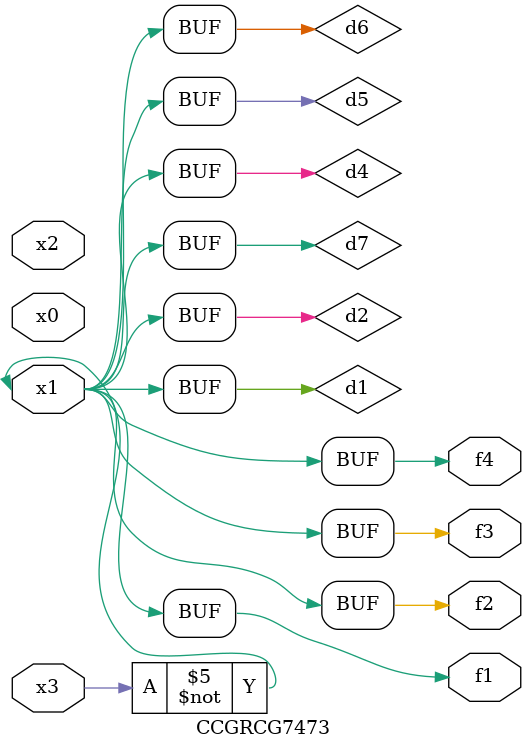
<source format=v>
module CCGRCG7473(
	input x0, x1, x2, x3,
	output f1, f2, f3, f4
);

	wire d1, d2, d3, d4, d5, d6, d7;

	not (d1, x3);
	buf (d2, x1);
	xnor (d3, d1, d2);
	nor (d4, d1);
	buf (d5, d1, d2);
	buf (d6, d4, d5);
	nand (d7, d4);
	assign f1 = d6;
	assign f2 = d7;
	assign f3 = d6;
	assign f4 = d6;
endmodule

</source>
